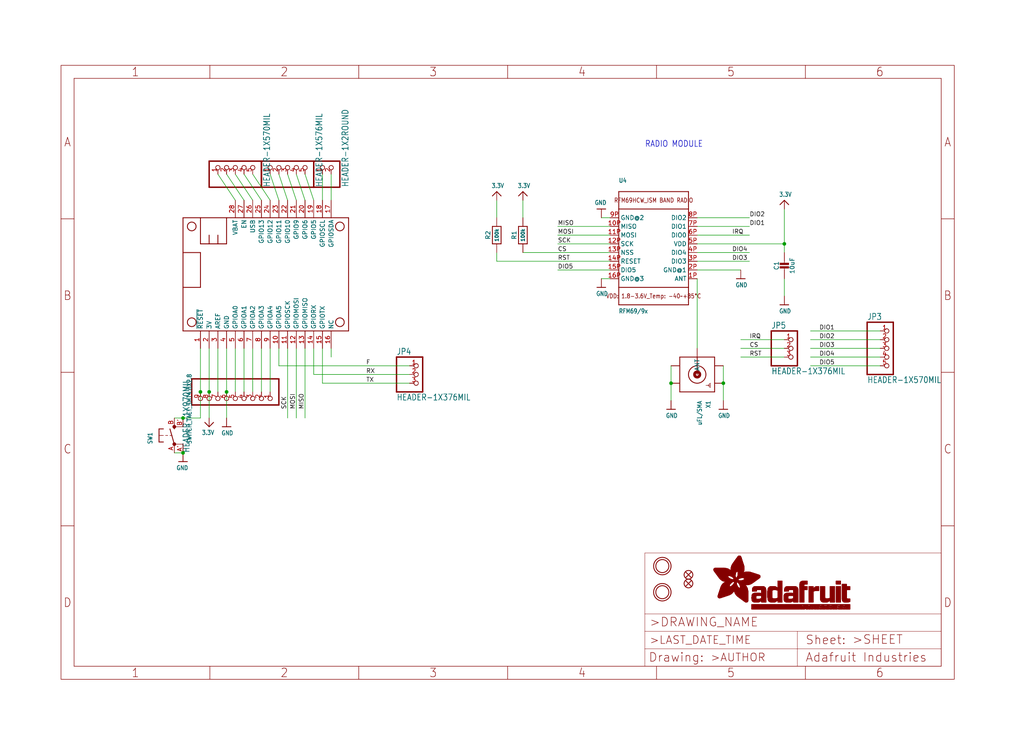
<source format=kicad_sch>
(kicad_sch (version 20211123) (generator eeschema)
  (paper "User" 298.45 217.881)
  (lib_symbols
    (symbol "eagleSchem-eagle-import:3.3V" (power)
      (property "Value" "3.3V" (at -1.524 1.016 0))
      (symbol "3.3V_1_0"
        (pin power_in line (at 0 -2.54 90) (length 2.54) (name "3.3V") (number "1"))
      )
    )
    (symbol "eagleSchem-eagle-import:CAP_CERAMIC0805-NOOUTLINE"
      (property "Reference" "C" (at -2.29 1.25 90))
      (property "Value" "CAP_CERAMIC0805-NOOUTLINE" (at 2.3 1.25 90))
      (symbol "CAP_CERAMIC0805-NOOUTLINE_1_0"
        (pin passive line (at 0 5.08 270) (length 2.54) (name "1") (number "1"))
        (pin passive line (at 0 -2.54 90) (length 2.54) (name "2") (number "2"))
      )
    )
    (symbol "eagleSchem-eagle-import:FEATHERWING_NOHOLES"
      (symbol "FEATHERWING_NOHOLES_1_0"
        (pin input line (at 5.08 -5.08 90) (length 5.08) (name "~{RESET}") (number "1"))
        (pin bidirectional line (at 27.94 -5.08 90) (length 5.08) (name "GPIOA5") (number "10"))
        (pin bidirectional line (at 30.48 -5.08 90) (length 5.08) (name "GPIOSCK") (number "11"))
        (pin bidirectional line (at 33.02 -5.08 90) (length 5.08) (name "GPIOMOSI") (number "12"))
        (pin bidirectional line (at 35.56 -5.08 90) (length 5.08) (name "GPIOMISO") (number "13"))
        (pin bidirectional line (at 38.1 -5.08 90) (length 5.08) (name "GPIORX") (number "14"))
        (pin bidirectional line (at 40.64 -5.08 90) (length 5.08) (name "GPIOTX") (number "15"))
        (pin passive line (at 43.18 -5.08 90) (length 5.08) (name "NC") (number "16"))
        (pin bidirectional line (at 43.18 38.1 270) (length 5.08) (name "GPIOSDA") (number "17"))
        (pin bidirectional line (at 40.64 38.1 270) (length 5.08) (name "GPIOSCL") (number "18"))
        (pin bidirectional line (at 38.1 38.1 270) (length 5.08) (name "GPIO5") (number "19"))
        (pin power_in line (at 7.62 -5.08 90) (length 5.08) (name "3V") (number "2"))
        (pin bidirectional line (at 35.56 38.1 270) (length 5.08) (name "GPIO6") (number "20"))
        (pin bidirectional line (at 33.02 38.1 270) (length 5.08) (name "GPIO9") (number "21"))
        (pin bidirectional line (at 30.48 38.1 270) (length 5.08) (name "GPIO10") (number "22"))
        (pin bidirectional line (at 27.94 38.1 270) (length 5.08) (name "GPIO11") (number "23"))
        (pin bidirectional line (at 25.4 38.1 270) (length 5.08) (name "GPIO12") (number "24"))
        (pin bidirectional line (at 22.86 38.1 270) (length 5.08) (name "GPIO13") (number "25"))
        (pin power_in line (at 20.32 38.1 270) (length 5.08) (name "USB") (number "26"))
        (pin passive line (at 17.78 38.1 270) (length 5.08) (name "EN") (number "27"))
        (pin power_in line (at 15.24 38.1 270) (length 5.08) (name "VBAT") (number "28"))
        (pin passive line (at 10.16 -5.08 90) (length 5.08) (name "AREF") (number "3"))
        (pin power_in line (at 12.7 -5.08 90) (length 5.08) (name "GND") (number "4"))
        (pin bidirectional line (at 15.24 -5.08 90) (length 5.08) (name "GPIOA0") (number "5"))
        (pin bidirectional line (at 17.78 -5.08 90) (length 5.08) (name "GPIOA1") (number "6"))
        (pin bidirectional line (at 20.32 -5.08 90) (length 5.08) (name "GPIOA2") (number "7"))
        (pin bidirectional line (at 22.86 -5.08 90) (length 5.08) (name "GPIOA3") (number "8"))
        (pin bidirectional line (at 25.4 -5.08 90) (length 5.08) (name "GPIOA4") (number "9"))
      )
    )
    (symbol "eagleSchem-eagle-import:FIDUCIAL{dblquote}{dblquote}")
    (symbol "eagleSchem-eagle-import:FRAME_A4_ADAFRUIT"
      (symbol "FRAME_A4_ADAFRUIT_0_0"
        (text "1" (at 21.6958 1.905 0) (effects (font (size 2.54 2.286))))
        (text "1" (at 21.6958 177.165 0) (effects (font (size 2.54 2.286))))
        (text "2" (at 65.0875 1.905 0) (effects (font (size 2.54 2.286))))
        (text "2" (at 65.0875 177.165 0) (effects (font (size 2.54 2.286))))
        (text "3" (at 108.4792 1.905 0) (effects (font (size 2.54 2.286))))
        (text "3" (at 108.4792 177.165 0) (effects (font (size 2.54 2.286))))
        (text "4" (at 151.8708 1.905 0) (effects (font (size 2.54 2.286))))
        (text "4" (at 151.8708 177.165 0) (effects (font (size 2.54 2.286))))
        (text "5" (at 195.2625 1.905 0) (effects (font (size 2.54 2.286))))
        (text "5" (at 195.2625 177.165 0) (effects (font (size 2.54 2.286))))
        (text "6" (at 238.6542 1.905 0) (effects (font (size 2.54 2.286))))
        (text "6" (at 238.6542 177.165 0) (effects (font (size 2.54 2.286))))
        (text "A" (at 1.905 156.6863 0) (effects (font (size 2.54 2.286))))
        (text "A" (at 258.445 156.6863 0) (effects (font (size 2.54 2.286))))
        (text "B" (at 1.905 111.9188 0) (effects (font (size 2.54 2.286))))
        (text "B" (at 258.445 111.9188 0) (effects (font (size 2.54 2.286))))
        (text "C" (at 1.905 67.1513 0) (effects (font (size 2.54 2.286))))
        (text "C" (at 258.445 67.1513 0) (effects (font (size 2.54 2.286))))
        (text "D" (at 1.905 22.3838 0) (effects (font (size 2.54 2.286))))
        (text "D" (at 258.445 22.3838 0) (effects (font (size 2.54 2.286))))
      )
      (symbol "FRAME_A4_ADAFRUIT_1_0"
        (text ">AUTHOR" (at 189.23 5.08 0) (effects (font (size 2.286 2.286)) (justify left bottom)))
        (text ">DRAWING_NAME" (at 171.45 15.24 0) (effects (font (size 2.54 2.54)) (justify left bottom)))
        (text ">LAST_DATE_TIME" (at 171.45 10.16 0) (effects (font (size 2.286 2.286)) (justify left bottom)))
        (text ">SHEET" (at 230.505 10.16 0) (effects (font (size 2.54 2.54)) (justify left bottom)))
        (text "Adafruit Industries" (at 216.916 4.953 0) (effects (font (size 2.54 2.54)) (justify left bottom)))
        (text "Drawing:" (at 171.196 4.953 0) (effects (font (size 2.54 2.54)) (justify left bottom)))
        (text "Sheet:" (at 216.916 10.033 0) (effects (font (size 2.54 2.54)) (justify left bottom)))
      )
    )
    (symbol "eagleSchem-eagle-import:GND" (power)
      (property "Value" "GND" (at -1.524 -2.54 0))
      (symbol "GND_1_0"
        (pin power_in line (at 0 2.54 270) (length 2.54) (name "GND") (number "1"))
      )
    )
    (symbol "eagleSchem-eagle-import:HEADER-1X2ROUND"
      (property "Reference" "JP" (at -6.35 5.715 0))
      (property "Value" "HEADER-1X2ROUND" (at -6.35 -5.08 0))
      (symbol "HEADER-1X2ROUND_1_0"
        (pin passive inverted (at -2.54 2.54 0) (length 2.54) (name "1") (number "1"))
        (pin passive inverted (at -2.54 0 0) (length 2.54) (name "2") (number "2"))
      )
    )
    (symbol "eagleSchem-eagle-import:HEADER-1X376MIL"
      (property "Reference" "JP" (at -6.35 5.715 0))
      (property "Value" "HEADER-1X376MIL" (at -6.35 -7.62 0))
      (symbol "HEADER-1X376MIL_1_0"
        (pin passive inverted (at -2.54 2.54 0) (length 2.54) (name "1") (number "1"))
        (pin passive inverted (at -2.54 0 0) (length 2.54) (name "2") (number "2"))
        (pin passive inverted (at -2.54 -2.54 0) (length 2.54) (name "3") (number "3"))
      )
    )
    (symbol "eagleSchem-eagle-import:HEADER-1X570MIL"
      (property "Reference" "JP" (at -6.35 8.255 0))
      (property "Value" "HEADER-1X570MIL" (at -6.35 -10.16 0))
      (symbol "HEADER-1X570MIL_1_0"
        (pin passive inverted (at -2.54 5.08 0) (length 2.54) (name "1") (number "1"))
        (pin passive inverted (at -2.54 2.54 0) (length 2.54) (name "2") (number "2"))
        (pin passive inverted (at -2.54 0 0) (length 2.54) (name "3") (number "3"))
        (pin passive inverted (at -2.54 -2.54 0) (length 2.54) (name "4") (number "4"))
        (pin passive inverted (at -2.54 -5.08 0) (length 2.54) (name "5") (number "5"))
      )
    )
    (symbol "eagleSchem-eagle-import:HEADER-1X576MIL"
      (property "Reference" "JP" (at -6.35 8.255 0))
      (property "Value" "HEADER-1X576MIL" (at -6.35 -10.16 0))
      (symbol "HEADER-1X576MIL_1_0"
        (pin passive inverted (at -2.54 5.08 0) (length 2.54) (name "1") (number "1"))
        (pin passive inverted (at -2.54 2.54 0) (length 2.54) (name "2") (number "2"))
        (pin passive inverted (at -2.54 0 0) (length 2.54) (name "3") (number "3"))
        (pin passive inverted (at -2.54 -2.54 0) (length 2.54) (name "4") (number "4"))
        (pin passive inverted (at -2.54 -5.08 0) (length 2.54) (name "5") (number "5"))
      )
    )
    (symbol "eagleSchem-eagle-import:HEADER-1X970MIL"
      (property "Reference" "JP" (at -6.35 13.335 0))
      (property "Value" "HEADER-1X970MIL" (at -6.35 -15.24 0))
      (symbol "HEADER-1X970MIL_1_0"
        (pin passive inverted (at -2.54 10.16 0) (length 2.54) (name "1") (number "1"))
        (pin passive inverted (at -2.54 7.62 0) (length 2.54) (name "2") (number "2"))
        (pin passive inverted (at -2.54 5.08 0) (length 2.54) (name "3") (number "3"))
        (pin passive inverted (at -2.54 2.54 0) (length 2.54) (name "4") (number "4"))
        (pin passive inverted (at -2.54 0 0) (length 2.54) (name "5") (number "5"))
        (pin passive inverted (at -2.54 -2.54 0) (length 2.54) (name "6") (number "6"))
        (pin passive inverted (at -2.54 -5.08 0) (length 2.54) (name "7") (number "7"))
        (pin passive inverted (at -2.54 -7.62 0) (length 2.54) (name "8") (number "8"))
        (pin passive inverted (at -2.54 -10.16 0) (length 2.54) (name "9") (number "9"))
      )
    )
    (symbol "eagleSchem-eagle-import:MOUNTINGHOLE2.5")
    (symbol "eagleSchem-eagle-import:RESISTOR_0603_NOOUT"
      (property "Reference" "R" (at 0 2.54 0))
      (property "Value" "RESISTOR_0603_NOOUT" (at 0 0 0))
      (symbol "RESISTOR_0603_NOOUT_1_0"
        (pin passive line (at -5.08 0 0) (length 2.54) (name "1") (number "1"))
        (pin passive line (at 5.08 0 180) (length 2.54) (name "2") (number "2"))
      )
    )
    (symbol "eagleSchem-eagle-import:RFM69HCW_SMT"
      (property "Reference" "U" (at -10.16 17.78 0))
      (property "Value" "RFM69HCW_SMT" (at -10.16 -20.32 0))
      (symbol "RFM69HCW_SMT_1_0"
        (text "RFM69HCW_ISM BAND RADIO" (at 0 12.7 0) (effects (font (size 1.27 1.0795))))
        (text "VDD: 1.8-3.6V_Temp: -40~+85°C" (at 0 -15.24 0) (effects (font (size 1.27 1.0795))))
        (pin output line (at -12.7 5.08 0) (length 2.54) (name "MISO") (number "10P"))
        (pin input line (at -12.7 2.54 0) (length 2.54) (name "MOSI") (number "11P"))
        (pin input line (at -12.7 0 0) (length 2.54) (name "SCK") (number "12P"))
        (pin input line (at -12.7 -2.54 0) (length 2.54) (name "NSS") (number "13P"))
        (pin input line (at -12.7 -5.08 0) (length 2.54) (name "RESET") (number "14P"))
        (pin bidirectional line (at -12.7 -7.62 0) (length 2.54) (name "DIO5") (number "15P"))
        (pin power_in line (at -12.7 -10.16 0) (length 2.54) (name "GND@3") (number "16P"))
        (pin bidirectional line (at 12.7 -10.16 180) (length 2.54) (name "ANT") (number "1P"))
        (pin power_in line (at 12.7 -7.62 180) (length 2.54) (name "GND@1") (number "2P"))
        (pin bidirectional line (at 12.7 -5.08 180) (length 2.54) (name "DIO3") (number "3P"))
        (pin bidirectional line (at 12.7 -2.54 180) (length 2.54) (name "DIO4") (number "4P"))
        (pin power_in line (at 12.7 0 180) (length 2.54) (name "VDD") (number "5P"))
        (pin bidirectional line (at 12.7 2.54 180) (length 2.54) (name "DIO0") (number "6P"))
        (pin bidirectional line (at 12.7 5.08 180) (length 2.54) (name "DIO1") (number "7P"))
        (pin bidirectional line (at 12.7 7.62 180) (length 2.54) (name "DIO2") (number "8P"))
        (pin power_in line (at -12.7 7.62 0) (length 2.54) (name "GND@2") (number "9P"))
      )
    )
    (symbol "eagleSchem-eagle-import:SMACONNECTOR_EDGE_UFL"
      (property "Reference" "X" (at 7.62 2.54 0))
      (property "Value" "SMACONNECTOR_EDGE_UFL" (at 7.62 0 0))
      (symbol "SMACONNECTOR_EDGE_UFL_1_0"
        (pin power_in line (at -2.54 7.62 270) (length 2.54) (name "GND1") (number "GND@1"))
        (pin power_in line (at 2.54 7.62 270) (length 2.54) (name "GND2") (number "GND@2"))
        (pin power_in line (at -2.54 -7.62 90) (length 2.54) (name "GND3") (number "GND@3"))
        (pin power_in line (at 2.54 -7.62 90) (length 2.54) (name "GND4") (number "GND@4"))
        (pin bidirectional line (at -7.62 0 0) (length 2.54) (name "ANT") (number "P"))
      )
    )
    (symbol "eagleSchem-eagle-import:SWITCH_TACT_SMT4.6X2.8"
      (property "Reference" "SW" (at -2.54 6.35 0))
      (property "Value" "SWITCH_TACT_SMT4.6X2.8" (at -2.54 -5.08 0))
      (symbol "SWITCH_TACT_SMT4.6X2.8_1_0"
        (pin passive line (at -5.08 0 0) (length 2.54) (name "P") (number "A"))
        (pin passive line (at -5.08 -2.54 0) (length 2.54) (name "P1") (number "A'"))
        (pin passive line (at 5.08 0 180) (length 2.54) (name "S") (number "B"))
        (pin passive line (at 5.08 -2.54 180) (length 2.54) (name "S1") (number "B'"))
      )
    )
  )
  (junction (at 228.6 71.12))
  (junction (at 210.82 111.76))
  (junction (at 66.04 114.3))
  (junction (at 58.42 114.3))
  (junction (at 53.34 132.08))
  (junction (at 60.96 114.3))
  (junction (at 195.58 111.76))
  (junction (at 53.34 121.92))
  (wire (pts (xy 162.56 68.58) (xy 177.8 68.58)))
  (wire (pts (xy 86.36 50.8) (xy 88.9 58.42)))
  (wire (pts (xy 203.2 78.74) (xy 215.9 78.74)))
  (wire (pts (xy 177.8 81.28) (xy 175.26 81.28)))
  (wire (pts (xy 60.96 121.92) (xy 60.96 114.3)))
  (wire (pts (xy 177.8 78.74) (xy 162.56 78.74)))
  (wire (pts (xy 210.82 106.68) (xy 210.82 111.76)))
  (wire (pts (xy 228.6 71.12) (xy 228.6 73.66)))
  (wire (pts (xy 236.22 99.06) (xy 256.54 99.06)))
  (wire (pts (xy 215.9 101.6) (xy 228.6 101.6)))
  (wire (pts (xy 177.8 66.04) (xy 162.56 66.04)))
  (wire (pts (xy 83.82 101.6) (xy 83.82 121.92)))
  (wire (pts (xy 81.28 106.68) (xy 119.38 106.68)))
  (wire (pts (xy 152.4 63.5) (xy 152.4 58.42)))
  (wire (pts (xy 228.6 104.14) (xy 215.9 104.14)))
  (wire (pts (xy 203.2 101.6) (xy 203.2 81.28)))
  (wire (pts (xy 144.78 58.42) (xy 144.78 63.5)))
  (wire (pts (xy 236.22 104.14) (xy 256.54 104.14)))
  (wire (pts (xy 71.12 50.8) (xy 76.2 58.42)))
  (wire (pts (xy 76.2 114.3) (xy 76.2 101.6)))
  (wire (pts (xy 195.58 106.68) (xy 195.58 111.76)))
  (wire (pts (xy 78.74 50.8) (xy 81.28 58.42)))
  (wire (pts (xy 203.2 76.2) (xy 218.44 76.2)))
  (wire (pts (xy 88.9 101.6) (xy 88.9 121.92)))
  (wire (pts (xy 66.04 114.3) (xy 66.04 121.92)))
  (wire (pts (xy 63.5 114.3) (xy 63.5 101.6)))
  (wire (pts (xy 177.8 76.2) (xy 144.78 76.2)))
  (wire (pts (xy 68.58 50.8) (xy 73.66 58.42)))
  (wire (pts (xy 203.2 66.04) (xy 218.44 66.04)))
  (wire (pts (xy 228.6 81.28) (xy 228.6 86.36)))
  (wire (pts (xy 256.54 96.52) (xy 236.22 96.52)))
  (wire (pts (xy 58.42 114.3) (xy 58.42 101.6)))
  (wire (pts (xy 81.28 101.6) (xy 81.28 106.68)))
  (wire (pts (xy 203.2 63.5) (xy 218.44 63.5)))
  (wire (pts (xy 203.2 73.66) (xy 218.44 73.66)))
  (wire (pts (xy 91.44 101.6) (xy 91.44 109.22)))
  (wire (pts (xy 203.2 68.58) (xy 218.44 68.58)))
  (wire (pts (xy 53.34 121.92) (xy 58.42 121.92)))
  (wire (pts (xy 119.38 109.22) (xy 91.44 109.22)))
  (wire (pts (xy 58.42 121.92) (xy 58.42 114.3)))
  (wire (pts (xy 66.04 114.3) (xy 66.04 101.6)))
  (wire (pts (xy 88.9 50.8) (xy 91.44 58.42)))
  (wire (pts (xy 195.58 111.76) (xy 195.58 116.84)))
  (wire (pts (xy 210.82 111.76) (xy 210.82 116.84)))
  (wire (pts (xy 256.54 106.68) (xy 236.22 106.68)))
  (wire (pts (xy 78.74 114.3) (xy 78.74 101.6)))
  (wire (pts (xy 66.04 50.8) (xy 71.12 58.42)))
  (wire (pts (xy 81.28 50.8) (xy 83.82 58.42)))
  (wire (pts (xy 152.4 73.66) (xy 177.8 73.66)))
  (wire (pts (xy 203.2 71.12) (xy 228.6 71.12)))
  (wire (pts (xy 256.54 101.6) (xy 236.22 101.6)))
  (wire (pts (xy 83.82 50.8) (xy 86.36 58.42)))
  (wire (pts (xy 96.52 101.6) (xy 96.52 104.14)))
  (wire (pts (xy 86.36 121.92) (xy 86.36 101.6)))
  (wire (pts (xy 50.8 121.92) (xy 53.34 121.92)))
  (wire (pts (xy 162.56 71.12) (xy 177.8 71.12)))
  (wire (pts (xy 96.52 50.8) (xy 96.52 58.42)))
  (wire (pts (xy 53.34 132.08) (xy 50.8 132.08)))
  (wire (pts (xy 177.8 63.5) (xy 175.26 63.5)))
  (wire (pts (xy 68.58 114.3) (xy 68.58 101.6)))
  (wire (pts (xy 60.96 114.3) (xy 60.96 101.6)))
  (wire (pts (xy 63.5 50.8) (xy 68.58 58.42)))
  (wire (pts (xy 93.98 50.8) (xy 93.98 58.42)))
  (wire (pts (xy 71.12 114.3) (xy 71.12 101.6)))
  (wire (pts (xy 144.78 76.2) (xy 144.78 73.66)))
  (wire (pts (xy 228.6 71.12) (xy 228.6 60.96)))
  (wire (pts (xy 93.98 111.76) (xy 119.38 111.76)))
  (wire (pts (xy 73.66 114.3) (xy 73.66 101.6)))
  (wire (pts (xy 73.66 50.8) (xy 78.74 58.42)))
  (wire (pts (xy 93.98 101.6) (xy 93.98 111.76)))
  (wire (pts (xy 228.6 99.06) (xy 215.9 99.06)))
  (text "RADIO MODULE" (at 187.96 43.18 180) (effects (font (size 1.778 1.5113)) (justify left bottom)))
  (label "RST" (at 162.56 76.2 0) (effects (font (size 1.2446 1.2446))))
  (label "CS" (at 218.44 101.6 0) (effects (font (size 1.2446 1.2446))))
  (label "SCK" (at 162.56 71.12 0) (effects (font (size 1.2446 1.2446))))
  (label "RST" (at 218.44 104.14 0) (effects (font (size 1.2446 1.2446))))
  (label "SCK" (at 83.82 119.38 90) (effects (font (size 1.2446 1.2446))))
  (label "DIO5" (at 238.76 106.68 0) (effects (font (size 1.2446 1.2446))))
  (label "DIO2" (at 238.76 99.06 0) (effects (font (size 1.2446 1.2446))))
  (label "TX" (at 106.68 111.76 0) (effects (font (size 1.2446 1.2446))))
  (label "CS" (at 162.56 73.66 0) (effects (font (size 1.2446 1.2446))))
  (label "DIO4" (at 213.36 73.66 0) (effects (font (size 1.2446 1.2446))))
  (label "DIO2" (at 218.44 63.5 0) (effects (font (size 1.2446 1.2446))))
  (label "DIO1" (at 218.44 66.04 0) (effects (font (size 1.2446 1.2446))))
  (label "DIO5" (at 162.56 78.74 0) (effects (font (size 1.2446 1.2446))))
  (label "DIO4" (at 238.76 104.14 0) (effects (font (size 1.2446 1.2446))))
  (label "IRQ" (at 218.44 99.06 0) (effects (font (size 1.2446 1.2446))))
  (label "MOSI" (at 162.56 68.58 0) (effects (font (size 1.2446 1.2446))))
  (label "IRQ" (at 213.36 68.58 0) (effects (font (size 1.2446 1.2446))))
  (label "MISO" (at 162.56 66.04 0) (effects (font (size 1.2446 1.2446))))
  (label "RX" (at 106.68 109.22 0) (effects (font (size 1.2446 1.2446))))
  (label "MOSI" (at 86.36 119.38 90) (effects (font (size 1.2446 1.2446))))
  (label "MISO" (at 88.9 119.38 90) (effects (font (size 1.2446 1.2446))))
  (label "DIO3" (at 213.36 76.2 0) (effects (font (size 1.2446 1.2446))))
  (label "DIO3" (at 238.76 101.6 0) (effects (font (size 1.2446 1.2446))))
  (label "F" (at 106.68 106.68 0) (effects (font (size 1.2446 1.2446))))
  (label "DIO1" (at 238.76 96.52 0) (effects (font (size 1.2446 1.2446))))
  (symbol (lib_id "eagleSchem-eagle-import:MOUNTINGHOLE2.5") (at 193.04 172.72 0) (unit 1)
    (property "Reference" "U$8" (effects hide))
    (property "Value" "MOUNTINGHOLE2.5" (effects hide))
    (property "Footprint" "eagleSchem:MOUNTINGHOLE_2.5_PLATED" (effects hide))
  )
  (symbol (lib_id "eagleSchem-eagle-import:GND") (at 228.6 88.9 0) (unit 1)
    (property "Reference" "#U$10" (effects hide))
    (property "Value" "GND" (at 227.076 91.44 0) (effects (font (size 1.27 1.0795)) (justify left bottom)))
    (property "Footprint" "eagleSchem:" (effects hide))
  )
  (symbol (lib_id "eagleSchem-eagle-import:HEADER-1X570MIL") (at 259.08 101.6 0) (unit 1)
    (property "Reference" "JP3" (at 252.73 93.345 0) (effects (font (size 1.778 1.5113)) (justify left bottom)))
    (property "Value" "HEADER-1X570MIL" (at 252.73 111.76 0) (effects (font (size 1.778 1.5113)) (justify left bottom)))
    (property "Footprint" "eagleSchem:1X05_ROUND_70" (effects hide))
  )
  (symbol (lib_id "eagleSchem-eagle-import:HEADER-1X576MIL") (at 83.82 48.26 90) (unit 1)
    (property "Reference" "JP7" (effects hide))
    (property "Value" "HEADER-1X576MIL" (at 93.98 54.61 0) (effects (font (size 1.778 1.5113)) (justify left bottom)))
    (property "Footprint" "eagleSchem:1X05_ROUND_76" (effects hide))
  )
  (symbol (lib_id "eagleSchem-eagle-import:FIDUCIAL{dblquote}{dblquote}") (at 200.66 170.18 0) (unit 1)
    (property "Reference" "FID2" (effects hide))
    (property "Value" "FIDUCIAL{dblquote}{dblquote}" (effects hide))
    (property "Footprint" "eagleSchem:FIDUCIAL_1MM" (effects hide))
  )
  (symbol (lib_id "eagleSchem-eagle-import:HEADER-1X376MIL") (at 231.14 101.6 0) (unit 1)
    (property "Reference" "JP5" (at 224.79 95.885 0) (effects (font (size 1.778 1.5113)) (justify left bottom)))
    (property "Value" "HEADER-1X376MIL" (at 224.79 109.22 0) (effects (font (size 1.778 1.5113)) (justify left bottom)))
    (property "Footprint" "eagleSchem:1X03_ROUND_76" (effects hide))
  )
  (symbol (lib_id "eagleSchem-eagle-import:SMACONNECTOR_EDGE_UFL") (at 203.2 109.22 270) (unit 1)
    (property "Reference" "X1" (at 205.74 116.84 0) (effects (font (size 1.27 1.0795)) (justify left bottom)))
    (property "Value" "uFL/SMA" (at 203.2 116.84 0) (effects (font (size 1.27 1.0795)) (justify left bottom)))
    (property "Footprint" "eagleSchem:SMA_EDGELAUNCH_UFL" (effects hide))
  )
  (symbol (lib_id "eagleSchem-eagle-import:MOUNTINGHOLE2.5") (at 193.04 165.1 0) (unit 1)
    (property "Reference" "U$7" (effects hide))
    (property "Value" "MOUNTINGHOLE2.5" (effects hide))
    (property "Footprint" "eagleSchem:MOUNTINGHOLE_2.5_PLATED" (effects hide))
  )
  (symbol (lib_id "eagleSchem-eagle-import:HEADER-1X970MIL") (at 68.58 116.84 270) (unit 1)
    (property "Reference" "JP1" (effects hide))
    (property "Value" "HEADER-1X970MIL" (at 53.34 110.49 0) (effects (font (size 1.778 1.5113)) (justify left bottom)))
    (property "Footprint" "eagleSchem:1X09_ROUND_70" (effects hide))
  )
  (symbol (lib_id "eagleSchem-eagle-import:GND") (at 175.26 83.82 0) (unit 1)
    (property "Reference" "#U$11" (effects hide))
    (property "Value" "GND" (at 173.736 86.36 0) (effects (font (size 1.27 1.0795)) (justify left bottom)))
    (property "Footprint" "eagleSchem:" (effects hide))
  )
  (symbol (lib_id "eagleSchem-eagle-import:HEADER-1X2ROUND") (at 96.52 48.26 90) (unit 1)
    (property "Reference" "JP6" (effects hide))
    (property "Value" "HEADER-1X2ROUND" (at 101.6 54.61 0) (effects (font (size 1.778 1.5113)) (justify left bottom)))
    (property "Footprint" "eagleSchem:1X02_ROUND" (effects hide))
  )
  (symbol (lib_id "eagleSchem-eagle-import:GND") (at 66.04 124.46 0) (unit 1)
    (property "Reference" "#U$3" (effects hide))
    (property "Value" "GND" (at 64.516 127 0) (effects (font (size 1.27 1.0795)) (justify left bottom)))
    (property "Footprint" "eagleSchem:" (effects hide))
  )
  (symbol (lib_id "eagleSchem-eagle-import:GND") (at 195.58 119.38 0) (unit 1)
    (property "Reference" "#U$12" (effects hide))
    (property "Value" "GND" (at 194.056 121.92 0) (effects (font (size 1.27 1.0795)) (justify left bottom)))
    (property "Footprint" "eagleSchem:" (effects hide))
  )
  (symbol (lib_id "eagleSchem-eagle-import:FIDUCIAL{dblquote}{dblquote}") (at 200.66 167.64 0) (unit 1)
    (property "Reference" "FID1" (effects hide))
    (property "Value" "FIDUCIAL{dblquote}{dblquote}" (effects hide))
    (property "Footprint" "eagleSchem:FIDUCIAL_1MM" (effects hide))
  )
  (symbol (lib_id "eagleSchem-eagle-import:3.3V") (at 228.6 58.42 0) (unit 1)
    (property "Reference" "#U$5" (effects hide))
    (property "Value" "3.3V" (at 227.076 57.404 0) (effects (font (size 1.27 1.0795)) (justify left bottom)))
    (property "Footprint" "eagleSchem:" (effects hide))
  )
  (symbol (lib_id "eagleSchem-eagle-import:HEADER-1X376MIL") (at 121.92 109.22 0) (unit 1)
    (property "Reference" "JP4" (at 115.57 103.505 0) (effects (font (size 1.778 1.5113)) (justify left bottom)))
    (property "Value" "HEADER-1X376MIL" (at 115.57 116.84 0) (effects (font (size 1.778 1.5113)) (justify left bottom)))
    (property "Footprint" "eagleSchem:1X03_ROUND_76" (effects hide))
  )
  (symbol (lib_id "eagleSchem-eagle-import:GND") (at 175.26 60.96 180) (unit 1)
    (property "Reference" "#U$9" (effects hide))
    (property "Value" "GND" (at 176.784 58.42 0) (effects (font (size 1.27 1.0795)) (justify left bottom)))
    (property "Footprint" "eagleSchem:" (effects hide))
  )
  (symbol (lib_id "eagleSchem-eagle-import:FRAME_A4_ADAFRUIT") (at 17.78 198.12 0) (unit 1)
    (property "Reference" "#U$17" (effects hide))
    (property "Value" "FRAME_A4_ADAFRUIT" (effects hide))
    (property "Footprint" "eagleSchem:" (effects hide))
  )
  (symbol (lib_id "eagleSchem-eagle-import:RESISTOR_0603_NOOUT") (at 152.4 68.58 90) (unit 1)
    (property "Reference" "R1" (at 149.86 68.58 0))
    (property "Value" "100k" (at 152.4 68.58 0) (effects (font (size 1.016 1.016) bold)))
    (property "Footprint" "eagleSchem:0603-NO" (effects hide))
  )
  (symbol (lib_id "eagleSchem-eagle-import:GND") (at 210.82 119.38 0) (unit 1)
    (property "Reference" "#U$2" (effects hide))
    (property "Value" "GND" (at 209.296 121.92 0) (effects (font (size 1.27 1.0795)) (justify left bottom)))
    (property "Footprint" "eagleSchem:" (effects hide))
  )
  (symbol (lib_id "eagleSchem-eagle-import:RESISTOR_0603_NOOUT") (at 144.78 68.58 90) (unit 1)
    (property "Reference" "R2" (at 142.24 68.58 0))
    (property "Value" "100k" (at 144.78 68.58 0) (effects (font (size 1.016 1.016) bold)))
    (property "Footprint" "eagleSchem:0603-NO" (effects hide))
  )
  (symbol (lib_id "eagleSchem-eagle-import:HEADER-1X570MIL") (at 68.58 48.26 90) (unit 1)
    (property "Reference" "JP2" (effects hide))
    (property "Value" "HEADER-1X570MIL" (at 78.74 54.61 0) (effects (font (size 1.778 1.5113)) (justify left bottom)))
    (property "Footprint" "eagleSchem:1X05_ROUND_70" (effects hide))
  )
  (symbol (lib_id "eagleSchem-eagle-import:GND") (at 53.34 134.62 0) (mirror y) (unit 1)
    (property "Reference" "#GND3" (effects hide))
    (property "Value" "GND" (at 54.864 137.16 0) (effects (font (size 1.27 1.0795)) (justify left bottom)))
    (property "Footprint" "eagleSchem:" (effects hide))
  )
  (symbol (lib_id "eagleSchem-eagle-import:FEATHERWING_NOHOLES") (at 53.34 96.52 0) (unit 1)
    (property "Reference" "MS1" (effects hide))
    (property "Value" "FEATHERWING_NOHOLES" (effects hide))
    (property "Footprint" "eagleSchem:FEATHERWING_NOHOLES" (effects hide))
  )
  (symbol (lib_id "eagleSchem-eagle-import:3.3V") (at 60.96 124.46 180) (unit 1)
    (property "Reference" "#U$1" (effects hide))
    (property "Value" "3.3V" (at 62.484 125.476 0) (effects (font (size 1.27 1.0795)) (justify left bottom)))
    (property "Footprint" "eagleSchem:" (effects hide))
  )
  (symbol (lib_id "eagleSchem-eagle-import:3.3V") (at 144.78 55.88 0) (unit 1)
    (property "Reference" "#U$6" (effects hide))
    (property "Value" "3.3V" (at 143.256 54.864 0) (effects (font (size 1.27 1.0795)) (justify left bottom)))
    (property "Footprint" "eagleSchem:" (effects hide))
  )
  (symbol (lib_id "eagleSchem-eagle-import:CAP_CERAMIC0805-NOOUTLINE") (at 228.6 78.74 0) (unit 1)
    (property "Reference" "C1" (at 226.31 77.49 90))
    (property "Value" "10uF" (at 230.9 77.49 90))
    (property "Footprint" "eagleSchem:0805-NO" (effects hide))
  )
  (symbol (lib_id "eagleSchem-eagle-import:RFM69HCW_SMT") (at 190.5 71.12 0) (unit 1)
    (property "Reference" "U4" (at 180.34 53.34 0) (effects (font (size 1.27 1.0795)) (justify left bottom)))
    (property "Value" "RFM69/9x" (at 180.34 91.44 0) (effects (font (size 1.27 1.0795)) (justify left bottom)))
    (property "Footprint" "eagleSchem:RFMHCW_SMT" (effects hide))
  )
  (symbol (lib_id "eagleSchem-eagle-import:3.3V") (at 152.4 55.88 0) (unit 1)
    (property "Reference" "#U$4" (effects hide))
    (property "Value" "3.3V" (at 150.876 54.864 0) (effects (font (size 1.27 1.0795)) (justify left bottom)))
    (property "Footprint" "eagleSchem:" (effects hide))
  )
  (symbol (lib_id "eagleSchem-eagle-import:SWITCH_TACT_SMT4.6X2.8") (at 50.8 127 90) (unit 1)
    (property "Reference" "SW1" (at 44.45 129.54 0) (effects (font (size 1.27 1.0795)) (justify left bottom)))
    (property "Value" "SWITCH_TACT_SMT4.6X2.8" (at 55.88 129.54 0) (effects (font (size 1.27 1.0795)) (justify left bottom)))
    (property "Footprint" "eagleSchem:BTN_KMR2_4.6X2.8" (effects hide))
  )
  (symbol (lib_id "eagleSchem-eagle-import:GND") (at 215.9 81.28 0) (unit 1)
    (property "Reference" "#U$13" (effects hide))
    (property "Value" "GND" (at 214.376 83.82 0) (effects (font (size 1.27 1.0795)) (justify left bottom)))
    (property "Footprint" "eagleSchem:" (effects hide))
  )
)
</source>
